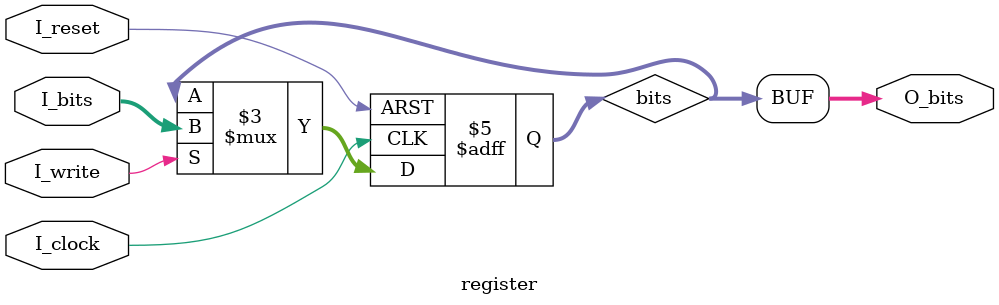
<source format=sv>
module register #(
  parameter P_width = 8, 
  parameter bit[P_width-1:0] P_init = {P_width{1'b0}}) 

  (I_clock, I_reset, I_write, I_bits, O_bits);

  input   wire                I_clock;
  input   wire                I_reset;
  input   wire                I_write;
  input   wire[P_width-1:0]   I_bits;
  output  wire[P_width-1:0]   O_bits;

  bit[P_width-1:0] bits;

  assign O_bits = bits;  

  always @(posedge I_clock, negedge I_reset) 
  begin    
    if (~I_reset) 
      bits <= 0;
    else if (I_write)
      bits <= I_bits;  
  end
endmodule
</source>
